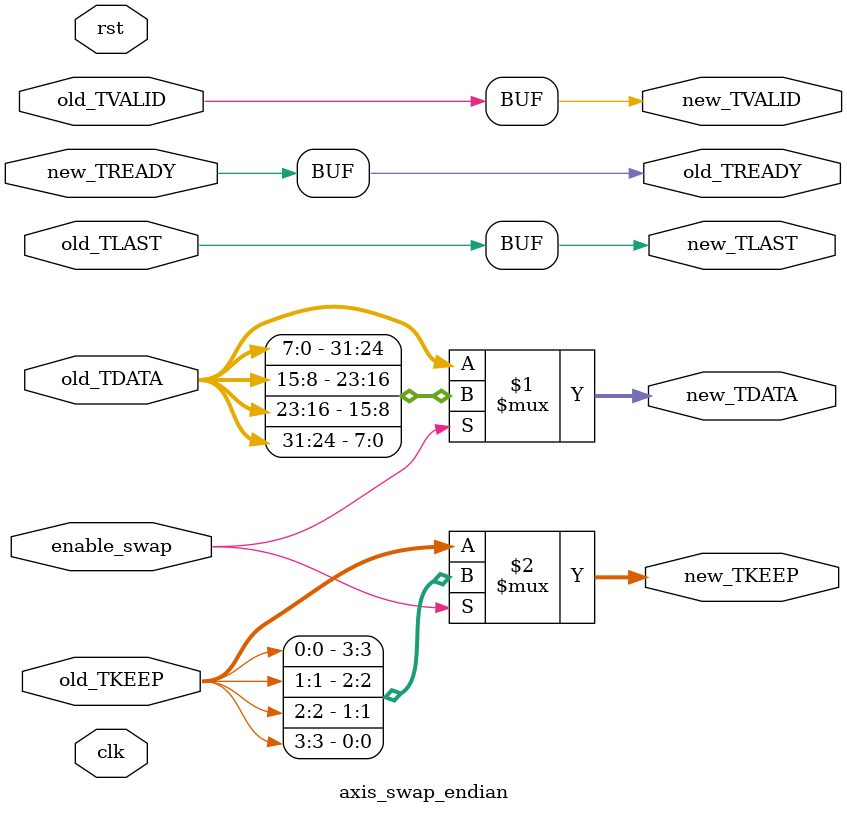
<source format=v>
`timescale 1ns / 1ps

module axis_swap_endian (
    input wire clk,
    input wire rst,
    
    input wire enable_swap,
    
    //For sonar (and Vivado) to properly use AXI Stream, must make sure
    //all wires in an interface have the form "name_TCHANNEL"
    input wire [31:0] old_TDATA,
    input wire [3:0] old_TKEEP,
    input wire old_TLAST,
    input wire old_TVALID,
    output wire old_TREADY,
    
    output wire [31:0] new_TDATA,
    output wire [3:0] new_TKEEP,
    output wire new_TLAST,
    output wire new_TVALID,
    input wire new_TREADY
);

    assign new_TDATA = enable_swap ?
        {old_TDATA[7:0], old_TDATA[15:8], old_TDATA[23:16], old_TDATA[31:24]}
        : old_TDATA
    ;
    
    assign new_TKEEP = enable_swap ?
        {old_TKEEP[0], old_TKEEP[1], old_TKEEP[2], old_TKEEP[3]}
        : old_TKEEP
    ;
    
    assign new_TLAST = old_TLAST;
    
    assign new_TVALID = old_TVALID;
    
    assign old_TREADY = new_TREADY;

endmodule

</source>
